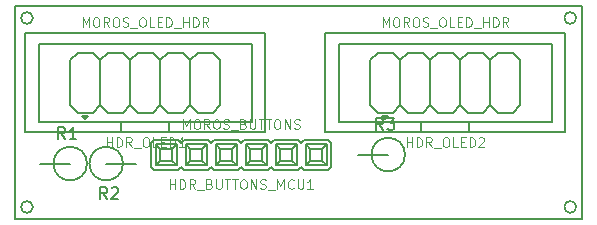
<source format=gto>
G04 #@! TF.FileFunction,Legend,Top*
%FSLAX46Y46*%
G04 Gerber Fmt 4.6, Leading zero omitted, Abs format (unit mm)*
G04 Created by KiCad (PCBNEW 0.201412191901+5326~19~ubuntu14.04.1-product) date Mon 22 Dec 2014 04:55:03 PM PST*
%MOMM*%
G01*
G04 APERTURE LIST*
%ADD10C,0.100000*%
%ADD11C,0.127000*%
%ADD12C,0.150000*%
%ADD13C,0.076200*%
G04 APERTURE END LIST*
D10*
D11*
X162306000Y-100838000D02*
X160274000Y-100838000D01*
X160274000Y-98298000D02*
X162306000Y-98298000D01*
X160020000Y-100584000D02*
X160020000Y-98552000D01*
X160782000Y-100076000D02*
X160401000Y-100457000D01*
X161798000Y-100076000D02*
X162179000Y-100457000D01*
X161798000Y-99060000D02*
X162179000Y-98679000D01*
X160782000Y-99060000D02*
X160401000Y-98679000D01*
X160401000Y-98679000D02*
X162179000Y-98679000D01*
X162179000Y-98679000D02*
X162179000Y-100457000D01*
X162179000Y-100457000D02*
X160401000Y-100457000D01*
X160401000Y-100457000D02*
X160401000Y-98679000D01*
X161798000Y-99060000D02*
X161798000Y-100076000D01*
X161798000Y-100076000D02*
X160782000Y-100076000D01*
X160782000Y-100076000D02*
X160782000Y-99060000D01*
X160782000Y-99060000D02*
X161798000Y-99060000D01*
X162306000Y-98298000D02*
X162560000Y-98552000D01*
X162560000Y-100584000D02*
X162306000Y-100838000D01*
X160274000Y-100838000D02*
X160020000Y-100584000D01*
X160020000Y-98552000D02*
X160274000Y-98298000D01*
X175260000Y-100584000D02*
X175260000Y-98552000D01*
X175006000Y-100838000D02*
X172974000Y-100838000D01*
X172974000Y-98298000D02*
X175006000Y-98298000D01*
X173482000Y-100076000D02*
X173101000Y-100457000D01*
X174498000Y-100076000D02*
X174879000Y-100457000D01*
X174498000Y-99060000D02*
X174879000Y-98679000D01*
X173482000Y-99060000D02*
X173101000Y-98679000D01*
X173101000Y-98679000D02*
X174879000Y-98679000D01*
X174879000Y-98679000D02*
X174879000Y-100457000D01*
X174879000Y-100457000D02*
X173101000Y-100457000D01*
X173101000Y-100457000D02*
X173101000Y-98679000D01*
X174498000Y-99060000D02*
X174498000Y-100076000D01*
X174498000Y-100076000D02*
X173482000Y-100076000D01*
X173482000Y-100076000D02*
X173482000Y-99060000D01*
X173482000Y-99060000D02*
X174498000Y-99060000D01*
X175006000Y-98298000D02*
X175260000Y-98552000D01*
X175260000Y-100584000D02*
X175006000Y-100838000D01*
X172974000Y-100838000D02*
X172720000Y-100584000D01*
X172720000Y-98552000D02*
X172974000Y-98298000D01*
X164846000Y-100838000D02*
X162814000Y-100838000D01*
X162814000Y-98298000D02*
X164846000Y-98298000D01*
X163322000Y-100076000D02*
X162941000Y-100457000D01*
X164338000Y-100076000D02*
X164719000Y-100457000D01*
X164338000Y-99060000D02*
X164719000Y-98679000D01*
X163322000Y-99060000D02*
X162941000Y-98679000D01*
X162941000Y-98679000D02*
X164719000Y-98679000D01*
X164719000Y-98679000D02*
X164719000Y-100457000D01*
X164719000Y-100457000D02*
X162941000Y-100457000D01*
X162941000Y-100457000D02*
X162941000Y-98679000D01*
X164338000Y-99060000D02*
X164338000Y-100076000D01*
X164338000Y-100076000D02*
X163322000Y-100076000D01*
X163322000Y-100076000D02*
X163322000Y-99060000D01*
X163322000Y-99060000D02*
X164338000Y-99060000D01*
X164846000Y-98298000D02*
X165100000Y-98552000D01*
X165100000Y-100584000D02*
X164846000Y-100838000D01*
X162814000Y-100838000D02*
X162560000Y-100584000D01*
X162560000Y-98552000D02*
X162814000Y-98298000D01*
X172466000Y-100838000D02*
X170434000Y-100838000D01*
X170434000Y-98298000D02*
X172466000Y-98298000D01*
X170942000Y-100076000D02*
X170561000Y-100457000D01*
X171958000Y-100076000D02*
X172339000Y-100457000D01*
X171958000Y-99060000D02*
X172339000Y-98679000D01*
X170942000Y-99060000D02*
X170561000Y-98679000D01*
X170561000Y-98679000D02*
X172339000Y-98679000D01*
X172339000Y-98679000D02*
X172339000Y-100457000D01*
X172339000Y-100457000D02*
X170561000Y-100457000D01*
X170561000Y-100457000D02*
X170561000Y-98679000D01*
X171958000Y-99060000D02*
X171958000Y-100076000D01*
X171958000Y-100076000D02*
X170942000Y-100076000D01*
X170942000Y-100076000D02*
X170942000Y-99060000D01*
X170942000Y-99060000D02*
X171958000Y-99060000D01*
X172466000Y-98298000D02*
X172720000Y-98552000D01*
X172720000Y-100584000D02*
X172466000Y-100838000D01*
X170434000Y-100838000D02*
X170180000Y-100584000D01*
X170180000Y-98552000D02*
X170434000Y-98298000D01*
X169926000Y-100838000D02*
X167894000Y-100838000D01*
X167894000Y-98298000D02*
X169926000Y-98298000D01*
X168402000Y-100076000D02*
X168021000Y-100457000D01*
X169418000Y-100076000D02*
X169799000Y-100457000D01*
X169418000Y-99060000D02*
X169799000Y-98679000D01*
X168402000Y-99060000D02*
X168021000Y-98679000D01*
X168021000Y-98679000D02*
X169799000Y-98679000D01*
X169799000Y-98679000D02*
X169799000Y-100457000D01*
X169799000Y-100457000D02*
X168021000Y-100457000D01*
X168021000Y-100457000D02*
X168021000Y-98679000D01*
X169418000Y-99060000D02*
X169418000Y-100076000D01*
X169418000Y-100076000D02*
X168402000Y-100076000D01*
X168402000Y-100076000D02*
X168402000Y-99060000D01*
X168402000Y-99060000D02*
X169418000Y-99060000D01*
X169926000Y-98298000D02*
X170180000Y-98552000D01*
X170180000Y-100584000D02*
X169926000Y-100838000D01*
X167894000Y-100838000D02*
X167640000Y-100584000D01*
X167640000Y-98552000D02*
X167894000Y-98298000D01*
X167386000Y-100838000D02*
X165354000Y-100838000D01*
X165354000Y-98298000D02*
X167386000Y-98298000D01*
X165862000Y-100076000D02*
X165481000Y-100457000D01*
X166878000Y-100076000D02*
X167259000Y-100457000D01*
X166878000Y-99060000D02*
X167259000Y-98679000D01*
X165862000Y-99060000D02*
X165481000Y-98679000D01*
X165481000Y-98679000D02*
X167259000Y-98679000D01*
X167259000Y-98679000D02*
X167259000Y-100457000D01*
X167259000Y-100457000D02*
X165481000Y-100457000D01*
X165481000Y-100457000D02*
X165481000Y-98679000D01*
X166878000Y-99060000D02*
X166878000Y-100076000D01*
X166878000Y-100076000D02*
X165862000Y-100076000D01*
X165862000Y-100076000D02*
X165862000Y-99060000D01*
X165862000Y-99060000D02*
X166878000Y-99060000D01*
X167386000Y-98298000D02*
X167640000Y-98552000D01*
X167640000Y-100584000D02*
X167386000Y-100838000D01*
X165354000Y-100838000D02*
X165100000Y-100584000D01*
X165100000Y-98552000D02*
X165354000Y-98298000D01*
X161544000Y-96774000D02*
X161544000Y-97663000D01*
X157480000Y-96774000D02*
X157480000Y-97663000D01*
X154559000Y-96266000D02*
X154432000Y-96393000D01*
X154305000Y-96266000D02*
X154432000Y-96393000D01*
X154178000Y-96266000D02*
X154432000Y-96520000D01*
X154432000Y-96520000D02*
X154686000Y-96266000D01*
X154686000Y-96266000D02*
X154178000Y-96266000D01*
X168529000Y-90170000D02*
X150495000Y-90170000D01*
X150495000Y-90170000D02*
X150495000Y-96774000D01*
X150495000Y-96774000D02*
X168529000Y-96774000D01*
X168529000Y-96774000D02*
X168529000Y-90170000D01*
X169672000Y-89281000D02*
X149352000Y-89281000D01*
X149352000Y-89281000D02*
X149352000Y-97663000D01*
X149352000Y-97663000D02*
X169672000Y-97663000D01*
X169672000Y-97663000D02*
X169672000Y-89281000D01*
X163322000Y-91567000D02*
X163957000Y-90932000D01*
X163957000Y-90932000D02*
X165227000Y-90932000D01*
X165227000Y-90932000D02*
X165862000Y-91567000D01*
X165862000Y-91567000D02*
X165862000Y-95377000D01*
X165862000Y-95377000D02*
X165227000Y-96012000D01*
X165227000Y-96012000D02*
X163957000Y-96012000D01*
X163957000Y-96012000D02*
X163322000Y-95377000D01*
X160782000Y-91567000D02*
X161417000Y-90932000D01*
X161417000Y-90932000D02*
X162687000Y-90932000D01*
X162687000Y-90932000D02*
X163322000Y-91567000D01*
X163322000Y-91567000D02*
X163322000Y-95377000D01*
X163322000Y-95377000D02*
X162687000Y-96012000D01*
X162687000Y-96012000D02*
X161417000Y-96012000D01*
X161417000Y-96012000D02*
X160782000Y-95377000D01*
X158242000Y-91567000D02*
X158877000Y-90932000D01*
X158877000Y-90932000D02*
X160147000Y-90932000D01*
X160147000Y-90932000D02*
X160782000Y-91567000D01*
X160782000Y-91567000D02*
X160782000Y-95377000D01*
X160782000Y-95377000D02*
X160147000Y-96012000D01*
X160147000Y-96012000D02*
X158877000Y-96012000D01*
X158877000Y-96012000D02*
X158242000Y-95377000D01*
X155702000Y-91567000D02*
X156337000Y-90932000D01*
X156337000Y-90932000D02*
X157607000Y-90932000D01*
X157607000Y-90932000D02*
X158242000Y-91567000D01*
X158242000Y-91567000D02*
X158242000Y-95377000D01*
X158242000Y-95377000D02*
X157607000Y-96012000D01*
X157607000Y-96012000D02*
X156337000Y-96012000D01*
X156337000Y-96012000D02*
X155702000Y-95377000D01*
X153797000Y-96012000D02*
X153162000Y-95377000D01*
X153162000Y-95377000D02*
X153162000Y-91567000D01*
X153162000Y-91567000D02*
X153797000Y-90932000D01*
X153797000Y-90932000D02*
X155067000Y-90932000D01*
X155067000Y-90932000D02*
X155702000Y-91567000D01*
X155702000Y-91567000D02*
X155702000Y-95377000D01*
X155702000Y-95377000D02*
X155067000Y-96012000D01*
X155067000Y-96012000D02*
X153797000Y-96012000D01*
X186944000Y-96774000D02*
X186944000Y-97663000D01*
X182880000Y-96774000D02*
X182880000Y-97663000D01*
X179959000Y-96266000D02*
X179832000Y-96393000D01*
X179705000Y-96266000D02*
X179832000Y-96393000D01*
X179578000Y-96266000D02*
X179832000Y-96520000D01*
X179832000Y-96520000D02*
X180086000Y-96266000D01*
X180086000Y-96266000D02*
X179578000Y-96266000D01*
X193929000Y-90170000D02*
X175895000Y-90170000D01*
X175895000Y-90170000D02*
X175895000Y-96774000D01*
X175895000Y-96774000D02*
X193929000Y-96774000D01*
X193929000Y-96774000D02*
X193929000Y-90170000D01*
X195072000Y-89281000D02*
X174752000Y-89281000D01*
X174752000Y-89281000D02*
X174752000Y-97663000D01*
X174752000Y-97663000D02*
X195072000Y-97663000D01*
X195072000Y-97663000D02*
X195072000Y-89281000D01*
X188722000Y-91567000D02*
X189357000Y-90932000D01*
X189357000Y-90932000D02*
X190627000Y-90932000D01*
X190627000Y-90932000D02*
X191262000Y-91567000D01*
X191262000Y-91567000D02*
X191262000Y-95377000D01*
X191262000Y-95377000D02*
X190627000Y-96012000D01*
X190627000Y-96012000D02*
X189357000Y-96012000D01*
X189357000Y-96012000D02*
X188722000Y-95377000D01*
X186182000Y-91567000D02*
X186817000Y-90932000D01*
X186817000Y-90932000D02*
X188087000Y-90932000D01*
X188087000Y-90932000D02*
X188722000Y-91567000D01*
X188722000Y-91567000D02*
X188722000Y-95377000D01*
X188722000Y-95377000D02*
X188087000Y-96012000D01*
X188087000Y-96012000D02*
X186817000Y-96012000D01*
X186817000Y-96012000D02*
X186182000Y-95377000D01*
X183642000Y-91567000D02*
X184277000Y-90932000D01*
X184277000Y-90932000D02*
X185547000Y-90932000D01*
X185547000Y-90932000D02*
X186182000Y-91567000D01*
X186182000Y-91567000D02*
X186182000Y-95377000D01*
X186182000Y-95377000D02*
X185547000Y-96012000D01*
X185547000Y-96012000D02*
X184277000Y-96012000D01*
X184277000Y-96012000D02*
X183642000Y-95377000D01*
X181102000Y-91567000D02*
X181737000Y-90932000D01*
X181737000Y-90932000D02*
X183007000Y-90932000D01*
X183007000Y-90932000D02*
X183642000Y-91567000D01*
X183642000Y-91567000D02*
X183642000Y-95377000D01*
X183642000Y-95377000D02*
X183007000Y-96012000D01*
X183007000Y-96012000D02*
X181737000Y-96012000D01*
X181737000Y-96012000D02*
X181102000Y-95377000D01*
X179197000Y-96012000D02*
X178562000Y-95377000D01*
X178562000Y-95377000D02*
X178562000Y-91567000D01*
X178562000Y-91567000D02*
X179197000Y-90932000D01*
X179197000Y-90932000D02*
X180467000Y-90932000D01*
X180467000Y-90932000D02*
X181102000Y-91567000D01*
X181102000Y-91567000D02*
X181102000Y-95377000D01*
X181102000Y-95377000D02*
X180467000Y-96012000D01*
X180467000Y-96012000D02*
X179197000Y-96012000D01*
D12*
X153162000Y-100330000D02*
X150622000Y-100330000D01*
X154581903Y-100330000D02*
G75*
G03X154581903Y-100330000I-1419903J0D01*
G01*
X156210000Y-100330000D02*
X158750000Y-100330000D01*
X157629903Y-100330000D02*
G75*
G03X157629903Y-100330000I-1419903J0D01*
G01*
X180086000Y-99568000D02*
X177546000Y-99568000D01*
X181505903Y-99568000D02*
G75*
G03X181505903Y-99568000I-1419903J0D01*
G01*
X150001100Y-104003600D02*
G75*
G03X150001100Y-104003600I-500000J0D01*
G01*
X150001100Y-88003600D02*
G75*
G03X150001100Y-88003600I-500000J0D01*
G01*
X196001100Y-104003600D02*
G75*
G03X196001100Y-104003600I-500000J0D01*
G01*
X196001100Y-88003600D02*
G75*
G03X196001100Y-88003600I-500000J0D01*
G01*
X148501100Y-87003600D02*
X196501100Y-87003600D01*
X196501100Y-87003600D02*
X196501100Y-105003600D01*
X196501100Y-105003600D02*
X148501100Y-105003600D01*
X148501100Y-105003600D02*
X148501100Y-87003600D01*
D13*
X161602058Y-102475695D02*
X161602058Y-101662895D01*
X161602058Y-102049943D02*
X162066515Y-102049943D01*
X162066515Y-102475695D02*
X162066515Y-101662895D01*
X162453563Y-102475695D02*
X162453563Y-101662895D01*
X162647087Y-101662895D01*
X162763201Y-101701600D01*
X162840610Y-101779010D01*
X162879315Y-101856419D01*
X162918020Y-102011238D01*
X162918020Y-102127352D01*
X162879315Y-102282171D01*
X162840610Y-102359581D01*
X162763201Y-102436990D01*
X162647087Y-102475695D01*
X162453563Y-102475695D01*
X163730820Y-102475695D02*
X163459887Y-102088648D01*
X163266363Y-102475695D02*
X163266363Y-101662895D01*
X163576001Y-101662895D01*
X163653410Y-101701600D01*
X163692115Y-101740305D01*
X163730820Y-101817714D01*
X163730820Y-101933829D01*
X163692115Y-102011238D01*
X163653410Y-102049943D01*
X163576001Y-102088648D01*
X163266363Y-102088648D01*
X163885639Y-102553105D02*
X164504915Y-102553105D01*
X164969372Y-102049943D02*
X165085486Y-102088648D01*
X165124191Y-102127352D01*
X165162896Y-102204762D01*
X165162896Y-102320876D01*
X165124191Y-102398286D01*
X165085486Y-102436990D01*
X165008077Y-102475695D01*
X164698439Y-102475695D01*
X164698439Y-101662895D01*
X164969372Y-101662895D01*
X165046782Y-101701600D01*
X165085486Y-101740305D01*
X165124191Y-101817714D01*
X165124191Y-101895124D01*
X165085486Y-101972533D01*
X165046782Y-102011238D01*
X164969372Y-102049943D01*
X164698439Y-102049943D01*
X165511239Y-101662895D02*
X165511239Y-102320876D01*
X165549944Y-102398286D01*
X165588648Y-102436990D01*
X165666058Y-102475695D01*
X165820877Y-102475695D01*
X165898286Y-102436990D01*
X165936991Y-102398286D01*
X165975696Y-102320876D01*
X165975696Y-101662895D01*
X166246630Y-101662895D02*
X166711087Y-101662895D01*
X166478858Y-102475695D02*
X166478858Y-101662895D01*
X166865906Y-101662895D02*
X167330363Y-101662895D01*
X167098134Y-102475695D02*
X167098134Y-101662895D01*
X167756115Y-101662895D02*
X167910934Y-101662895D01*
X167988343Y-101701600D01*
X168065753Y-101779010D01*
X168104458Y-101933829D01*
X168104458Y-102204762D01*
X168065753Y-102359581D01*
X167988343Y-102436990D01*
X167910934Y-102475695D01*
X167756115Y-102475695D01*
X167678705Y-102436990D01*
X167601296Y-102359581D01*
X167562591Y-102204762D01*
X167562591Y-101933829D01*
X167601296Y-101779010D01*
X167678705Y-101701600D01*
X167756115Y-101662895D01*
X168452801Y-102475695D02*
X168452801Y-101662895D01*
X168917258Y-102475695D01*
X168917258Y-101662895D01*
X169265601Y-102436990D02*
X169381715Y-102475695D01*
X169575239Y-102475695D01*
X169652649Y-102436990D01*
X169691353Y-102398286D01*
X169730058Y-102320876D01*
X169730058Y-102243467D01*
X169691353Y-102166057D01*
X169652649Y-102127352D01*
X169575239Y-102088648D01*
X169420420Y-102049943D01*
X169343011Y-102011238D01*
X169304306Y-101972533D01*
X169265601Y-101895124D01*
X169265601Y-101817714D01*
X169304306Y-101740305D01*
X169343011Y-101701600D01*
X169420420Y-101662895D01*
X169613944Y-101662895D01*
X169730058Y-101701600D01*
X169884877Y-102553105D02*
X170504153Y-102553105D01*
X170697677Y-102475695D02*
X170697677Y-101662895D01*
X170968610Y-102243467D01*
X171239543Y-101662895D01*
X171239543Y-102475695D01*
X172091048Y-102398286D02*
X172052343Y-102436990D01*
X171936229Y-102475695D01*
X171858819Y-102475695D01*
X171742705Y-102436990D01*
X171665296Y-102359581D01*
X171626591Y-102282171D01*
X171587886Y-102127352D01*
X171587886Y-102011238D01*
X171626591Y-101856419D01*
X171665296Y-101779010D01*
X171742705Y-101701600D01*
X171858819Y-101662895D01*
X171936229Y-101662895D01*
X172052343Y-101701600D01*
X172091048Y-101740305D01*
X172439391Y-101662895D02*
X172439391Y-102320876D01*
X172478096Y-102398286D01*
X172516800Y-102436990D01*
X172594210Y-102475695D01*
X172749029Y-102475695D01*
X172826438Y-102436990D01*
X172865143Y-102398286D01*
X172903848Y-102320876D01*
X172903848Y-101662895D01*
X173716648Y-102475695D02*
X173252191Y-102475695D01*
X173484420Y-102475695D02*
X173484420Y-101662895D01*
X173407010Y-101779010D01*
X173329601Y-101856419D01*
X173252191Y-101895124D01*
X162724496Y-97395695D02*
X162724496Y-96582895D01*
X162995429Y-97163467D01*
X163266362Y-96582895D01*
X163266362Y-97395695D01*
X163808229Y-96582895D02*
X163963048Y-96582895D01*
X164040457Y-96621600D01*
X164117867Y-96699010D01*
X164156572Y-96853829D01*
X164156572Y-97124762D01*
X164117867Y-97279581D01*
X164040457Y-97356990D01*
X163963048Y-97395695D01*
X163808229Y-97395695D01*
X163730819Y-97356990D01*
X163653410Y-97279581D01*
X163614705Y-97124762D01*
X163614705Y-96853829D01*
X163653410Y-96699010D01*
X163730819Y-96621600D01*
X163808229Y-96582895D01*
X164969372Y-97395695D02*
X164698439Y-97008648D01*
X164504915Y-97395695D02*
X164504915Y-96582895D01*
X164814553Y-96582895D01*
X164891962Y-96621600D01*
X164930667Y-96660305D01*
X164969372Y-96737714D01*
X164969372Y-96853829D01*
X164930667Y-96931238D01*
X164891962Y-96969943D01*
X164814553Y-97008648D01*
X164504915Y-97008648D01*
X165472534Y-96582895D02*
X165627353Y-96582895D01*
X165704762Y-96621600D01*
X165782172Y-96699010D01*
X165820877Y-96853829D01*
X165820877Y-97124762D01*
X165782172Y-97279581D01*
X165704762Y-97356990D01*
X165627353Y-97395695D01*
X165472534Y-97395695D01*
X165395124Y-97356990D01*
X165317715Y-97279581D01*
X165279010Y-97124762D01*
X165279010Y-96853829D01*
X165317715Y-96699010D01*
X165395124Y-96621600D01*
X165472534Y-96582895D01*
X166130515Y-97356990D02*
X166246629Y-97395695D01*
X166440153Y-97395695D01*
X166517563Y-97356990D01*
X166556267Y-97318286D01*
X166594972Y-97240876D01*
X166594972Y-97163467D01*
X166556267Y-97086057D01*
X166517563Y-97047352D01*
X166440153Y-97008648D01*
X166285334Y-96969943D01*
X166207925Y-96931238D01*
X166169220Y-96892533D01*
X166130515Y-96815124D01*
X166130515Y-96737714D01*
X166169220Y-96660305D01*
X166207925Y-96621600D01*
X166285334Y-96582895D01*
X166478858Y-96582895D01*
X166594972Y-96621600D01*
X166749791Y-97473105D02*
X167369067Y-97473105D01*
X167833524Y-96969943D02*
X167949638Y-97008648D01*
X167988343Y-97047352D01*
X168027048Y-97124762D01*
X168027048Y-97240876D01*
X167988343Y-97318286D01*
X167949638Y-97356990D01*
X167872229Y-97395695D01*
X167562591Y-97395695D01*
X167562591Y-96582895D01*
X167833524Y-96582895D01*
X167910934Y-96621600D01*
X167949638Y-96660305D01*
X167988343Y-96737714D01*
X167988343Y-96815124D01*
X167949638Y-96892533D01*
X167910934Y-96931238D01*
X167833524Y-96969943D01*
X167562591Y-96969943D01*
X168375391Y-96582895D02*
X168375391Y-97240876D01*
X168414096Y-97318286D01*
X168452800Y-97356990D01*
X168530210Y-97395695D01*
X168685029Y-97395695D01*
X168762438Y-97356990D01*
X168801143Y-97318286D01*
X168839848Y-97240876D01*
X168839848Y-96582895D01*
X169110782Y-96582895D02*
X169575239Y-96582895D01*
X169343010Y-97395695D02*
X169343010Y-96582895D01*
X169730058Y-96582895D02*
X170194515Y-96582895D01*
X169962286Y-97395695D02*
X169962286Y-96582895D01*
X170620267Y-96582895D02*
X170775086Y-96582895D01*
X170852495Y-96621600D01*
X170929905Y-96699010D01*
X170968610Y-96853829D01*
X170968610Y-97124762D01*
X170929905Y-97279581D01*
X170852495Y-97356990D01*
X170775086Y-97395695D01*
X170620267Y-97395695D01*
X170542857Y-97356990D01*
X170465448Y-97279581D01*
X170426743Y-97124762D01*
X170426743Y-96853829D01*
X170465448Y-96699010D01*
X170542857Y-96621600D01*
X170620267Y-96582895D01*
X171316953Y-97395695D02*
X171316953Y-96582895D01*
X171781410Y-97395695D01*
X171781410Y-96582895D01*
X172129753Y-97356990D02*
X172245867Y-97395695D01*
X172439391Y-97395695D01*
X172516801Y-97356990D01*
X172555505Y-97318286D01*
X172594210Y-97240876D01*
X172594210Y-97163467D01*
X172555505Y-97086057D01*
X172516801Y-97047352D01*
X172439391Y-97008648D01*
X172284572Y-96969943D01*
X172207163Y-96931238D01*
X172168458Y-96892533D01*
X172129753Y-96815124D01*
X172129753Y-96737714D01*
X172168458Y-96660305D01*
X172207163Y-96621600D01*
X172284572Y-96582895D01*
X172478096Y-96582895D01*
X172594210Y-96621600D01*
X156241448Y-98919695D02*
X156241448Y-98106895D01*
X156241448Y-98493943D02*
X156705905Y-98493943D01*
X156705905Y-98919695D02*
X156705905Y-98106895D01*
X157092953Y-98919695D02*
X157092953Y-98106895D01*
X157286477Y-98106895D01*
X157402591Y-98145600D01*
X157480000Y-98223010D01*
X157518705Y-98300419D01*
X157557410Y-98455238D01*
X157557410Y-98571352D01*
X157518705Y-98726171D01*
X157480000Y-98803581D01*
X157402591Y-98880990D01*
X157286477Y-98919695D01*
X157092953Y-98919695D01*
X158370210Y-98919695D02*
X158099277Y-98532648D01*
X157905753Y-98919695D02*
X157905753Y-98106895D01*
X158215391Y-98106895D01*
X158292800Y-98145600D01*
X158331505Y-98184305D01*
X158370210Y-98261714D01*
X158370210Y-98377829D01*
X158331505Y-98455238D01*
X158292800Y-98493943D01*
X158215391Y-98532648D01*
X157905753Y-98532648D01*
X158525029Y-98997105D02*
X159144305Y-98997105D01*
X159492648Y-98106895D02*
X159647467Y-98106895D01*
X159724876Y-98145600D01*
X159802286Y-98223010D01*
X159840991Y-98377829D01*
X159840991Y-98648762D01*
X159802286Y-98803581D01*
X159724876Y-98880990D01*
X159647467Y-98919695D01*
X159492648Y-98919695D01*
X159415238Y-98880990D01*
X159337829Y-98803581D01*
X159299124Y-98648762D01*
X159299124Y-98377829D01*
X159337829Y-98223010D01*
X159415238Y-98145600D01*
X159492648Y-98106895D01*
X160576381Y-98919695D02*
X160189334Y-98919695D01*
X160189334Y-98106895D01*
X160847315Y-98493943D02*
X161118248Y-98493943D01*
X161234362Y-98919695D02*
X160847315Y-98919695D01*
X160847315Y-98106895D01*
X161234362Y-98106895D01*
X161582705Y-98919695D02*
X161582705Y-98106895D01*
X161776229Y-98106895D01*
X161892343Y-98145600D01*
X161969752Y-98223010D01*
X162008457Y-98300419D01*
X162047162Y-98455238D01*
X162047162Y-98571352D01*
X162008457Y-98726171D01*
X161969752Y-98803581D01*
X161892343Y-98880990D01*
X161776229Y-98919695D01*
X161582705Y-98919695D01*
X162821257Y-98919695D02*
X162356800Y-98919695D01*
X162589029Y-98919695D02*
X162589029Y-98106895D01*
X162511619Y-98223010D01*
X162434210Y-98300419D01*
X162356800Y-98339124D01*
X154209448Y-88759695D02*
X154209448Y-87946895D01*
X154480381Y-88527467D01*
X154751314Y-87946895D01*
X154751314Y-88759695D01*
X155293181Y-87946895D02*
X155448000Y-87946895D01*
X155525409Y-87985600D01*
X155602819Y-88063010D01*
X155641524Y-88217829D01*
X155641524Y-88488762D01*
X155602819Y-88643581D01*
X155525409Y-88720990D01*
X155448000Y-88759695D01*
X155293181Y-88759695D01*
X155215771Y-88720990D01*
X155138362Y-88643581D01*
X155099657Y-88488762D01*
X155099657Y-88217829D01*
X155138362Y-88063010D01*
X155215771Y-87985600D01*
X155293181Y-87946895D01*
X156454324Y-88759695D02*
X156183391Y-88372648D01*
X155989867Y-88759695D02*
X155989867Y-87946895D01*
X156299505Y-87946895D01*
X156376914Y-87985600D01*
X156415619Y-88024305D01*
X156454324Y-88101714D01*
X156454324Y-88217829D01*
X156415619Y-88295238D01*
X156376914Y-88333943D01*
X156299505Y-88372648D01*
X155989867Y-88372648D01*
X156957486Y-87946895D02*
X157112305Y-87946895D01*
X157189714Y-87985600D01*
X157267124Y-88063010D01*
X157305829Y-88217829D01*
X157305829Y-88488762D01*
X157267124Y-88643581D01*
X157189714Y-88720990D01*
X157112305Y-88759695D01*
X156957486Y-88759695D01*
X156880076Y-88720990D01*
X156802667Y-88643581D01*
X156763962Y-88488762D01*
X156763962Y-88217829D01*
X156802667Y-88063010D01*
X156880076Y-87985600D01*
X156957486Y-87946895D01*
X157615467Y-88720990D02*
X157731581Y-88759695D01*
X157925105Y-88759695D01*
X158002515Y-88720990D01*
X158041219Y-88682286D01*
X158079924Y-88604876D01*
X158079924Y-88527467D01*
X158041219Y-88450057D01*
X158002515Y-88411352D01*
X157925105Y-88372648D01*
X157770286Y-88333943D01*
X157692877Y-88295238D01*
X157654172Y-88256533D01*
X157615467Y-88179124D01*
X157615467Y-88101714D01*
X157654172Y-88024305D01*
X157692877Y-87985600D01*
X157770286Y-87946895D01*
X157963810Y-87946895D01*
X158079924Y-87985600D01*
X158234743Y-88837105D02*
X158854019Y-88837105D01*
X159202362Y-87946895D02*
X159357181Y-87946895D01*
X159434590Y-87985600D01*
X159512000Y-88063010D01*
X159550705Y-88217829D01*
X159550705Y-88488762D01*
X159512000Y-88643581D01*
X159434590Y-88720990D01*
X159357181Y-88759695D01*
X159202362Y-88759695D01*
X159124952Y-88720990D01*
X159047543Y-88643581D01*
X159008838Y-88488762D01*
X159008838Y-88217829D01*
X159047543Y-88063010D01*
X159124952Y-87985600D01*
X159202362Y-87946895D01*
X160286095Y-88759695D02*
X159899048Y-88759695D01*
X159899048Y-87946895D01*
X160557029Y-88333943D02*
X160827962Y-88333943D01*
X160944076Y-88759695D02*
X160557029Y-88759695D01*
X160557029Y-87946895D01*
X160944076Y-87946895D01*
X161292419Y-88759695D02*
X161292419Y-87946895D01*
X161485943Y-87946895D01*
X161602057Y-87985600D01*
X161679466Y-88063010D01*
X161718171Y-88140419D01*
X161756876Y-88295238D01*
X161756876Y-88411352D01*
X161718171Y-88566171D01*
X161679466Y-88643581D01*
X161602057Y-88720990D01*
X161485943Y-88759695D01*
X161292419Y-88759695D01*
X161911695Y-88837105D02*
X162530971Y-88837105D01*
X162724495Y-88759695D02*
X162724495Y-87946895D01*
X162724495Y-88333943D02*
X163188952Y-88333943D01*
X163188952Y-88759695D02*
X163188952Y-87946895D01*
X163576000Y-88759695D02*
X163576000Y-87946895D01*
X163769524Y-87946895D01*
X163885638Y-87985600D01*
X163963047Y-88063010D01*
X164001752Y-88140419D01*
X164040457Y-88295238D01*
X164040457Y-88411352D01*
X164001752Y-88566171D01*
X163963047Y-88643581D01*
X163885638Y-88720990D01*
X163769524Y-88759695D01*
X163576000Y-88759695D01*
X164853257Y-88759695D02*
X164582324Y-88372648D01*
X164388800Y-88759695D02*
X164388800Y-87946895D01*
X164698438Y-87946895D01*
X164775847Y-87985600D01*
X164814552Y-88024305D01*
X164853257Y-88101714D01*
X164853257Y-88217829D01*
X164814552Y-88295238D01*
X164775847Y-88333943D01*
X164698438Y-88372648D01*
X164388800Y-88372648D01*
X181641448Y-98919695D02*
X181641448Y-98106895D01*
X181641448Y-98493943D02*
X182105905Y-98493943D01*
X182105905Y-98919695D02*
X182105905Y-98106895D01*
X182492953Y-98919695D02*
X182492953Y-98106895D01*
X182686477Y-98106895D01*
X182802591Y-98145600D01*
X182880000Y-98223010D01*
X182918705Y-98300419D01*
X182957410Y-98455238D01*
X182957410Y-98571352D01*
X182918705Y-98726171D01*
X182880000Y-98803581D01*
X182802591Y-98880990D01*
X182686477Y-98919695D01*
X182492953Y-98919695D01*
X183770210Y-98919695D02*
X183499277Y-98532648D01*
X183305753Y-98919695D02*
X183305753Y-98106895D01*
X183615391Y-98106895D01*
X183692800Y-98145600D01*
X183731505Y-98184305D01*
X183770210Y-98261714D01*
X183770210Y-98377829D01*
X183731505Y-98455238D01*
X183692800Y-98493943D01*
X183615391Y-98532648D01*
X183305753Y-98532648D01*
X183925029Y-98997105D02*
X184544305Y-98997105D01*
X184892648Y-98106895D02*
X185047467Y-98106895D01*
X185124876Y-98145600D01*
X185202286Y-98223010D01*
X185240991Y-98377829D01*
X185240991Y-98648762D01*
X185202286Y-98803581D01*
X185124876Y-98880990D01*
X185047467Y-98919695D01*
X184892648Y-98919695D01*
X184815238Y-98880990D01*
X184737829Y-98803581D01*
X184699124Y-98648762D01*
X184699124Y-98377829D01*
X184737829Y-98223010D01*
X184815238Y-98145600D01*
X184892648Y-98106895D01*
X185976381Y-98919695D02*
X185589334Y-98919695D01*
X185589334Y-98106895D01*
X186247315Y-98493943D02*
X186518248Y-98493943D01*
X186634362Y-98919695D02*
X186247315Y-98919695D01*
X186247315Y-98106895D01*
X186634362Y-98106895D01*
X186982705Y-98919695D02*
X186982705Y-98106895D01*
X187176229Y-98106895D01*
X187292343Y-98145600D01*
X187369752Y-98223010D01*
X187408457Y-98300419D01*
X187447162Y-98455238D01*
X187447162Y-98571352D01*
X187408457Y-98726171D01*
X187369752Y-98803581D01*
X187292343Y-98880990D01*
X187176229Y-98919695D01*
X186982705Y-98919695D01*
X187756800Y-98184305D02*
X187795505Y-98145600D01*
X187872914Y-98106895D01*
X188066438Y-98106895D01*
X188143848Y-98145600D01*
X188182552Y-98184305D01*
X188221257Y-98261714D01*
X188221257Y-98339124D01*
X188182552Y-98455238D01*
X187718095Y-98919695D01*
X188221257Y-98919695D01*
X179609448Y-88759695D02*
X179609448Y-87946895D01*
X179880381Y-88527467D01*
X180151314Y-87946895D01*
X180151314Y-88759695D01*
X180693181Y-87946895D02*
X180848000Y-87946895D01*
X180925409Y-87985600D01*
X181002819Y-88063010D01*
X181041524Y-88217829D01*
X181041524Y-88488762D01*
X181002819Y-88643581D01*
X180925409Y-88720990D01*
X180848000Y-88759695D01*
X180693181Y-88759695D01*
X180615771Y-88720990D01*
X180538362Y-88643581D01*
X180499657Y-88488762D01*
X180499657Y-88217829D01*
X180538362Y-88063010D01*
X180615771Y-87985600D01*
X180693181Y-87946895D01*
X181854324Y-88759695D02*
X181583391Y-88372648D01*
X181389867Y-88759695D02*
X181389867Y-87946895D01*
X181699505Y-87946895D01*
X181776914Y-87985600D01*
X181815619Y-88024305D01*
X181854324Y-88101714D01*
X181854324Y-88217829D01*
X181815619Y-88295238D01*
X181776914Y-88333943D01*
X181699505Y-88372648D01*
X181389867Y-88372648D01*
X182357486Y-87946895D02*
X182512305Y-87946895D01*
X182589714Y-87985600D01*
X182667124Y-88063010D01*
X182705829Y-88217829D01*
X182705829Y-88488762D01*
X182667124Y-88643581D01*
X182589714Y-88720990D01*
X182512305Y-88759695D01*
X182357486Y-88759695D01*
X182280076Y-88720990D01*
X182202667Y-88643581D01*
X182163962Y-88488762D01*
X182163962Y-88217829D01*
X182202667Y-88063010D01*
X182280076Y-87985600D01*
X182357486Y-87946895D01*
X183015467Y-88720990D02*
X183131581Y-88759695D01*
X183325105Y-88759695D01*
X183402515Y-88720990D01*
X183441219Y-88682286D01*
X183479924Y-88604876D01*
X183479924Y-88527467D01*
X183441219Y-88450057D01*
X183402515Y-88411352D01*
X183325105Y-88372648D01*
X183170286Y-88333943D01*
X183092877Y-88295238D01*
X183054172Y-88256533D01*
X183015467Y-88179124D01*
X183015467Y-88101714D01*
X183054172Y-88024305D01*
X183092877Y-87985600D01*
X183170286Y-87946895D01*
X183363810Y-87946895D01*
X183479924Y-87985600D01*
X183634743Y-88837105D02*
X184254019Y-88837105D01*
X184602362Y-87946895D02*
X184757181Y-87946895D01*
X184834590Y-87985600D01*
X184912000Y-88063010D01*
X184950705Y-88217829D01*
X184950705Y-88488762D01*
X184912000Y-88643581D01*
X184834590Y-88720990D01*
X184757181Y-88759695D01*
X184602362Y-88759695D01*
X184524952Y-88720990D01*
X184447543Y-88643581D01*
X184408838Y-88488762D01*
X184408838Y-88217829D01*
X184447543Y-88063010D01*
X184524952Y-87985600D01*
X184602362Y-87946895D01*
X185686095Y-88759695D02*
X185299048Y-88759695D01*
X185299048Y-87946895D01*
X185957029Y-88333943D02*
X186227962Y-88333943D01*
X186344076Y-88759695D02*
X185957029Y-88759695D01*
X185957029Y-87946895D01*
X186344076Y-87946895D01*
X186692419Y-88759695D02*
X186692419Y-87946895D01*
X186885943Y-87946895D01*
X187002057Y-87985600D01*
X187079466Y-88063010D01*
X187118171Y-88140419D01*
X187156876Y-88295238D01*
X187156876Y-88411352D01*
X187118171Y-88566171D01*
X187079466Y-88643581D01*
X187002057Y-88720990D01*
X186885943Y-88759695D01*
X186692419Y-88759695D01*
X187311695Y-88837105D02*
X187930971Y-88837105D01*
X188124495Y-88759695D02*
X188124495Y-87946895D01*
X188124495Y-88333943D02*
X188588952Y-88333943D01*
X188588952Y-88759695D02*
X188588952Y-87946895D01*
X188976000Y-88759695D02*
X188976000Y-87946895D01*
X189169524Y-87946895D01*
X189285638Y-87985600D01*
X189363047Y-88063010D01*
X189401752Y-88140419D01*
X189440457Y-88295238D01*
X189440457Y-88411352D01*
X189401752Y-88566171D01*
X189363047Y-88643581D01*
X189285638Y-88720990D01*
X189169524Y-88759695D01*
X188976000Y-88759695D01*
X190253257Y-88759695D02*
X189982324Y-88372648D01*
X189788800Y-88759695D02*
X189788800Y-87946895D01*
X190098438Y-87946895D01*
X190175847Y-87985600D01*
X190214552Y-88024305D01*
X190253257Y-88101714D01*
X190253257Y-88217829D01*
X190214552Y-88295238D01*
X190175847Y-88333943D01*
X190098438Y-88372648D01*
X189788800Y-88372648D01*
D12*
X152741334Y-98242381D02*
X152408000Y-97766190D01*
X152169905Y-98242381D02*
X152169905Y-97242381D01*
X152550858Y-97242381D01*
X152646096Y-97290000D01*
X152693715Y-97337619D01*
X152741334Y-97432857D01*
X152741334Y-97575714D01*
X152693715Y-97670952D01*
X152646096Y-97718571D01*
X152550858Y-97766190D01*
X152169905Y-97766190D01*
X153693715Y-98242381D02*
X153122286Y-98242381D01*
X153408000Y-98242381D02*
X153408000Y-97242381D01*
X153312762Y-97385238D01*
X153217524Y-97480476D01*
X153122286Y-97528095D01*
X156297334Y-103322381D02*
X155964000Y-102846190D01*
X155725905Y-103322381D02*
X155725905Y-102322381D01*
X156106858Y-102322381D01*
X156202096Y-102370000D01*
X156249715Y-102417619D01*
X156297334Y-102512857D01*
X156297334Y-102655714D01*
X156249715Y-102750952D01*
X156202096Y-102798571D01*
X156106858Y-102846190D01*
X155725905Y-102846190D01*
X156678286Y-102417619D02*
X156725905Y-102370000D01*
X156821143Y-102322381D01*
X157059239Y-102322381D01*
X157154477Y-102370000D01*
X157202096Y-102417619D01*
X157249715Y-102512857D01*
X157249715Y-102608095D01*
X157202096Y-102750952D01*
X156630667Y-103322381D01*
X157249715Y-103322381D01*
X179665334Y-97480381D02*
X179332000Y-97004190D01*
X179093905Y-97480381D02*
X179093905Y-96480381D01*
X179474858Y-96480381D01*
X179570096Y-96528000D01*
X179617715Y-96575619D01*
X179665334Y-96670857D01*
X179665334Y-96813714D01*
X179617715Y-96908952D01*
X179570096Y-96956571D01*
X179474858Y-97004190D01*
X179093905Y-97004190D01*
X179998667Y-96480381D02*
X180617715Y-96480381D01*
X180284381Y-96861333D01*
X180427239Y-96861333D01*
X180522477Y-96908952D01*
X180570096Y-96956571D01*
X180617715Y-97051810D01*
X180617715Y-97289905D01*
X180570096Y-97385143D01*
X180522477Y-97432762D01*
X180427239Y-97480381D01*
X180141524Y-97480381D01*
X180046286Y-97432762D01*
X179998667Y-97385143D01*
M02*

</source>
